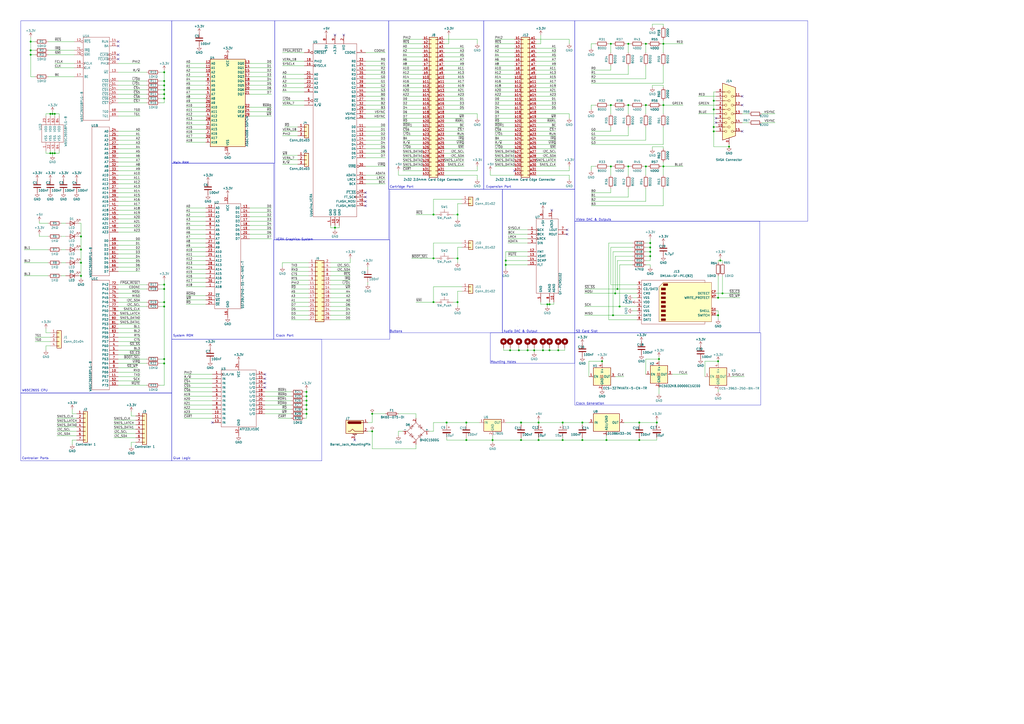
<source format=kicad_sch>
(kicad_sch
	(version 20231120)
	(generator "eeschema")
	(generator_version "8.0")
	(uuid "24268fb5-9051-453e-aa4f-3f063d8cbf81")
	(paper "A2")
	
	(junction
		(at 374.65 96.52)
		(diameter 0)
		(color 0 0 0 0)
		(uuid "00a428b0-09b7-4eba-9ac2-7037ac8ad370")
	)
	(junction
		(at 374.65 60.96)
		(diameter 0)
		(color 0 0 0 0)
		(uuid "044f74bd-df49-4b17-bc8e-d5c0c87299fb")
	)
	(junction
		(at 17.78 31.75)
		(diameter 0)
		(color 0 0 0 0)
		(uuid "0511a2a8-8e4f-4f8c-8ebc-e6ae30743f17")
	)
	(junction
		(at 251.46 124.46)
		(diameter 0)
		(color 0 0 0 0)
		(uuid "055f4555-4d71-4327-b716-65333f0b3c80")
	)
	(junction
		(at 416.56 172.72)
		(diameter 0)
		(color 0 0 0 0)
		(uuid "05f604e2-541d-4734-8204-d02b771a01f8")
	)
	(junction
		(at 29.21 88.9)
		(diameter 0)
		(color 0 0 0 0)
		(uuid "07ebd7c1-668f-488d-b46f-f7cb68c0cabb")
	)
	(junction
		(at 285.75 255.27)
		(diameter 0)
		(color 0 0 0 0)
		(uuid "091589e1-5d94-4b9c-8afb-b58c3f1d55ab")
	)
	(junction
		(at 95.25 57.15)
		(diameter 0)
		(color 0 0 0 0)
		(uuid "0b96100e-b5e7-492b-9bd4-12e23fe03fb1")
	)
	(junction
		(at 417.83 151.13)
		(diameter 0)
		(color 0 0 0 0)
		(uuid "0cc19e3e-fc66-43df-9452-f28966d9d9b9")
	)
	(junction
		(at 95.25 208.28)
		(diameter 0)
		(color 0 0 0 0)
		(uuid "0ed27ab3-8d38-4144-be11-7325d24d990b")
	)
	(junction
		(at 293.37 151.13)
		(diameter 0)
		(color 0 0 0 0)
		(uuid "12d8bc6c-7a73-4d6e-9a2a-f0d88ea377ae")
	)
	(junction
		(at 194.31 132.08)
		(diameter 0)
		(color 0 0 0 0)
		(uuid "165a8620-cc52-4dab-809d-64ee0df4fe09")
	)
	(junction
		(at 270.51 245.11)
		(diameter 0)
		(color 0 0 0 0)
		(uuid "179fff3a-e003-463d-8d86-4c95be61be12")
	)
	(junction
		(at 384.81 60.96)
		(diameter 0)
		(color 0 0 0 0)
		(uuid "1811bc3e-6e28-4045-addd-add2f9263622")
	)
	(junction
		(at 414.02 73.66)
		(diameter 0)
		(color 0 0 0 0)
		(uuid "1e5ba76c-72b1-441b-9fb0-ef4a8a1a4dba")
	)
	(junction
		(at 95.25 167.64)
		(diameter 0)
		(color 0 0 0 0)
		(uuid "1e7138a2-c2a9-4b0a-85df-95dc3af91b06")
	)
	(junction
		(at 270.51 255.27)
		(diameter 0)
		(color 0 0 0 0)
		(uuid "2c5258ef-3ca6-4bc4-98e0-4bc3aac69e49")
	)
	(junction
		(at 377.19 143.51)
		(diameter 0)
		(color 0 0 0 0)
		(uuid "2e035fc3-8bc2-4201-8be6-075927b02d56")
	)
	(junction
		(at 293.37 153.67)
		(diameter 0)
		(color 0 0 0 0)
		(uuid "3461c7e6-54cf-4f66-978e-2e1737befde6")
	)
	(junction
		(at 318.77 176.53)
		(diameter 0)
		(color 0 0 0 0)
		(uuid "3783c288-3d0f-4aa0-a370-200ec8aff10c")
	)
	(junction
		(at 302.26 245.11)
		(diameter 0)
		(color 0 0 0 0)
		(uuid "3e3b8706-7185-45ef-8e32-ea665279af52")
	)
	(junction
		(at 177.8 240.03)
		(diameter 0)
		(color 0 0 0 0)
		(uuid "404b6080-2ebd-4700-a068-0ca55160176a")
	)
	(junction
		(at 364.49 25.4)
		(diameter 0)
		(color 0 0 0 0)
		(uuid "451fb2e4-b0e0-4cf8-b3c4-8bb3e6c4a977")
	)
	(junction
		(at 364.49 96.52)
		(diameter 0)
		(color 0 0 0 0)
		(uuid "46723f89-1988-4bc3-a9d1-c772b56e5b28")
	)
	(junction
		(at 251.46 175.26)
		(diameter 0)
		(color 0 0 0 0)
		(uuid "4a114abf-1118-4789-a166-3d00a70d3984")
	)
	(junction
		(at 215.9 250.19)
		(diameter 0)
		(color 0 0 0 0)
		(uuid "4b2576c1-c304-4541-9a5d-25a299bd215d")
	)
	(junction
		(at 359.41 177.8)
		(diameter 0)
		(color 0 0 0 0)
		(uuid "4c355ad5-3043-41c8-a82f-ab065dcf09e9")
	)
	(junction
		(at 95.25 54.61)
		(diameter 0)
		(color 0 0 0 0)
		(uuid "4cf2456d-85c1-4dfe-8b61-78a65a64e07f")
	)
	(junction
		(at 30.48 66.04)
		(diameter 0)
		(color 0 0 0 0)
		(uuid "514b94c8-5cf1-4ebb-b377-2ae3ba527c3e")
	)
	(junction
		(at 95.25 41.91)
		(diameter 0)
		(color 0 0 0 0)
		(uuid "55edda16-0e77-4be2-a973-006669076d79")
	)
	(junction
		(at 377.19 148.59)
		(diameter 0)
		(color 0 0 0 0)
		(uuid "5ba6f890-e8f3-4fe5-b65e-57d7bd225414")
	)
	(junction
		(at 312.42 255.27)
		(diameter 0)
		(color 0 0 0 0)
		(uuid "5c77fc39-9937-4839-8ab9-a8ec05f01632")
	)
	(junction
		(at 326.39 245.11)
		(diameter 0)
		(color 0 0 0 0)
		(uuid "5ceaa7a9-27e2-4c5e-8a03-bafd5d8d8f9e")
	)
	(junction
		(at 355.6 182.88)
		(diameter 0)
		(color 0 0 0 0)
		(uuid "5e560022-889e-4df6-872f-d0ca772a7b7f")
	)
	(junction
		(at 414.02 58.42)
		(diameter 0)
		(color 0 0 0 0)
		(uuid "5f153c3e-885c-440c-9da3-1c3e38ea305a")
	)
	(junction
		(at 302.26 255.27)
		(diameter 0)
		(color 0 0 0 0)
		(uuid "63241004-4f06-4912-aed5-19a87e3f48e2")
	)
	(junction
		(at 177.8 227.33)
		(diameter 0)
		(color 0 0 0 0)
		(uuid "647f9f6a-163e-4096-a9a8-32eb2b14c02e")
	)
	(junction
		(at 251.46 149.86)
		(diameter 0)
		(color 0 0 0 0)
		(uuid "6688481a-bb1d-4a7d-bb48-103296663e29")
	)
	(junction
		(at 95.25 210.82)
		(diameter 0)
		(color 0 0 0 0)
		(uuid "6854cd79-4d82-4506-83f0-9c13e5ff5a88")
	)
	(junction
		(at 265.43 175.26)
		(diameter 0)
		(color 0 0 0 0)
		(uuid "68e5833d-8495-41b5-a662-1c727c7cdabf")
	)
	(junction
		(at 29.21 66.04)
		(diameter 0)
		(color 0 0 0 0)
		(uuid "6c204841-57f7-4b89-96c7-81b1bd36d8d5")
	)
	(junction
		(at 177.8 237.49)
		(diameter 0)
		(color 0 0 0 0)
		(uuid "6ca25e10-e790-49b6-9f88-67f4c1834a0b")
	)
	(junction
		(at 377.19 146.05)
		(diameter 0)
		(color 0 0 0 0)
		(uuid "7249232a-2cd5-47bd-82f2-d251e1fc720c")
	)
	(junction
		(at 259.08 245.11)
		(diameter 0)
		(color 0 0 0 0)
		(uuid "750f816e-4220-44c6-b831-ec4fc9cf89d3")
	)
	(junction
		(at 17.78 24.13)
		(diameter 0)
		(color 0 0 0 0)
		(uuid "76a3a812-a8f9-455a-8936-0d1b3c209f68")
	)
	(junction
		(at 354.33 25.4)
		(diameter 0)
		(color 0 0 0 0)
		(uuid "79d95dda-218b-47c3-8c92-f534a2637558")
	)
	(junction
		(at 31.75 88.9)
		(diameter 0)
		(color 0 0 0 0)
		(uuid "7a7956fa-0cbe-46bc-a668-612cef11308b")
	)
	(junction
		(at 314.96 203.2)
		(diameter 0)
		(color 0 0 0 0)
		(uuid "7bd8b1ae-fa79-4ee4-a745-fc9606a9db08")
	)
	(junction
		(at 177.8 232.41)
		(diameter 0)
		(color 0 0 0 0)
		(uuid "7c4e6792-0f28-444f-bbe8-c6720c534179")
	)
	(junction
		(at 95.25 46.99)
		(diameter 0)
		(color 0 0 0 0)
		(uuid "7cd24309-e546-47a8-975f-197650bf6472")
	)
	(junction
		(at 354.33 96.52)
		(diameter 0)
		(color 0 0 0 0)
		(uuid "80695b3c-cadc-4489-ab84-c69474bbc459")
	)
	(junction
		(at 317.5 176.53)
		(diameter 0)
		(color 0 0 0 0)
		(uuid "83322db4-d4eb-47e9-bd3b-b42a5c83d9a7")
	)
	(junction
		(at 46.99 137.16)
		(diameter 0)
		(color 0 0 0 0)
		(uuid "86619b1e-171d-4155-8428-ba1db09fe86c")
	)
	(junction
		(at 318.77 203.2)
		(diameter 0)
		(color 0 0 0 0)
		(uuid "891d2ba3-67c0-40c7-b2fe-f49b4122d6b4")
	)
	(junction
		(at 419.1 170.18)
		(diameter 0)
		(color 0 0 0 0)
		(uuid "8954e231-0fc1-4f6d-b69b-990e1719b5f4")
	)
	(junction
		(at 326.39 255.27)
		(diameter 0)
		(color 0 0 0 0)
		(uuid "8bd11186-ee55-436b-9d54-3f464141eaee")
	)
	(junction
		(at 306.07 203.2)
		(diameter 0)
		(color 0 0 0 0)
		(uuid "904b87ce-b2a2-4bfd-8774-04d4c532c42b")
	)
	(junction
		(at 265.43 149.86)
		(diameter 0)
		(color 0 0 0 0)
		(uuid "93603dce-06b5-4831-9486-a2b88254b594")
	)
	(junction
		(at 337.82 245.11)
		(diameter 0)
		(color 0 0 0 0)
		(uuid "950b2707-d863-4a03-960f-85779cc5cd54")
	)
	(junction
		(at 30.48 88.9)
		(diameter 0)
		(color 0 0 0 0)
		(uuid "961f8945-e1c5-4198-b2b9-ed989bbdc941")
	)
	(junction
		(at 95.25 165.1)
		(diameter 0)
		(color 0 0 0 0)
		(uuid "9af20d9e-a20f-4b7c-ac1f-18dead75e997")
	)
	(junction
		(at 381 245.11)
		(diameter 0)
		(color 0 0 0 0)
		(uuid "9b0bcb49-1b78-4896-9e99-d3e3d56e3e99")
	)
	(junction
		(at 356.87 170.18)
		(diameter 0)
		(color 0 0 0 0)
		(uuid "9e7d1aae-bc0f-4c30-9a2f-089acf7d4edb")
	)
	(junction
		(at 382.27 208.28)
		(diameter 0)
		(color 0 0 0 0)
		(uuid "a46a71a3-be07-45c5-8f21-fdf61ee0de11")
	)
	(junction
		(at 265.43 124.46)
		(diameter 0)
		(color 0 0 0 0)
		(uuid "abbd9e91-b2a9-4a6c-8e23-3cf0d5c6bbc0")
	)
	(junction
		(at 95.25 52.07)
		(diameter 0)
		(color 0 0 0 0)
		(uuid "ac0d1b2c-03b2-4473-8a1d-7c0320a594c2")
	)
	(junction
		(at 364.49 60.96)
		(diameter 0)
		(color 0 0 0 0)
		(uuid "ac8cfd6e-56e7-4997-b41d-4f834b2aa3f8")
	)
	(junction
		(at 351.79 255.27)
		(diameter 0)
		(color 0 0 0 0)
		(uuid "b8620d1b-92c7-4772-b4c5-ae55a8ab2ae7")
	)
	(junction
		(at 414.02 76.2)
		(diameter 0)
		(color 0 0 0 0)
		(uuid "b98a5dd7-a179-4331-8d1c-d479900f1de3")
	)
	(junction
		(at 370.84 255.27)
		(diameter 0)
		(color 0 0 0 0)
		(uuid "c6d81014-6c57-4e5b-bd8e-db09d41c9b24")
	)
	(junction
		(at 95.25 175.26)
		(diameter 0)
		(color 0 0 0 0)
		(uuid "cbf3c7c8-fc23-4f56-bacf-f1126727c903")
	)
	(junction
		(at 95.25 177.8)
		(diameter 0)
		(color 0 0 0 0)
		(uuid "cc8182ce-43cc-47eb-967b-f2b35ec28b66")
	)
	(junction
		(at 384.81 96.52)
		(diameter 0)
		(color 0 0 0 0)
		(uuid "cdd50d0c-e34c-4cf2-b837-a3eed81050f9")
	)
	(junction
		(at 422.91 85.09)
		(diameter 0)
		(color 0 0 0 0)
		(uuid "cffa938e-9330-49fe-85bc-ab0632354f6a")
	)
	(junction
		(at 370.84 245.11)
		(diameter 0)
		(color 0 0 0 0)
		(uuid "d2cc1cf6-5e46-4784-9c76-68f41a9a6bbf")
	)
	(junction
		(at 312.42 245.11)
		(diameter 0)
		(color 0 0 0 0)
		(uuid "d3d7fd4e-03d3-4acb-a74d-3f60128d37c7")
	)
	(junction
		(at 177.8 229.87)
		(diameter 0)
		(color 0 0 0 0)
		(uuid "d63ba307-fcea-4194-8efb-5804906d5429")
	)
	(junction
		(at 31.75 66.04)
		(diameter 0)
		(color 0 0 0 0)
		(uuid "d653e696-9f7a-427c-89a7-72f82fcefb8c")
	)
	(junction
		(at 46.99 160.02)
		(diameter 0)
		(color 0 0 0 0)
		(uuid "d70b4362-6c6a-46cb-83ba-f00d10c53bf2")
	)
	(junction
		(at 46.99 152.4)
		(diameter 0)
		(color 0 0 0 0)
		(uuid "d7526542-5fe1-4dec-838e-269ad00762b1")
	)
	(junction
		(at 384.81 25.4)
		(diameter 0)
		(color 0 0 0 0)
		(uuid "d8db1f28-b540-4d7b-89d6-78012aff6b5a")
	)
	(junction
		(at 309.88 203.2)
		(diameter 0)
		(color 0 0 0 0)
		(uuid "db0edadb-055b-4198-b3c3-87ac5ed02800")
	)
	(junction
		(at 377.19 140.97)
		(diameter 0)
		(color 0 0 0 0)
		(uuid "dd12048d-ff5c-46fe-8b3f-904f5a91631d")
	)
	(junction
		(at 17.78 29.21)
		(diameter 0)
		(color 0 0 0 0)
		(uuid "dee3f5b7-f912-462d-9631-320198e268ce")
	)
	(junction
		(at 300.99 203.2)
		(diameter 0)
		(color 0 0 0 0)
		(uuid "e13ff97c-140b-40a6-af45-e7fec335d789")
	)
	(junction
		(at 177.8 234.95)
		(diameter 0)
		(color 0 0 0 0)
		(uuid "e946bb44-3418-4254-98d4-529bf553bb3b")
	)
	(junction
		(at 337.82 255.27)
		(diameter 0)
		(color 0 0 0 0)
		(uuid "ec009019-9b3b-43ba-807c-a9a21d66a470")
	)
	(junction
		(at 295.91 203.2)
		(diameter 0)
		(color 0 0 0 0)
		(uuid "ed47234c-d1fc-4786-a530-1097f5d0097b")
	)
	(junction
		(at 416.56 182.88)
		(diameter 0)
		(color 0 0 0 0)
		(uuid "eda29677-3b25-443a-b600-11824bd5bd78")
	)
	(junction
		(at 354.33 60.96)
		(diameter 0)
		(color 0 0 0 0)
		(uuid "f27e3411-7cea-42ee-8e17-55b0fc3708cc")
	)
	(junction
		(at 323.85 203.2)
		(diameter 0)
		(color 0 0 0 0)
		(uuid "f6c37868-90e6-4b71-b24c-e7ac97761298")
	)
	(junction
		(at 374.65 25.4)
		(diameter 0)
		(color 0 0 0 0)
		(uuid "f701205c-c20b-45aa-98b9-f43902990662")
	)
	(junction
		(at 358.14 167.64)
		(diameter 0)
		(color 0 0 0 0)
		(uuid "f7914ead-e636-4321-b5db-363d304845ac")
	)
	(junction
		(at 215.9 240.03)
		(diameter 0)
		(color 0 0 0 0)
		(uuid "f91ee6f8-103c-4c4c-80f9-baccf6004709")
	)
	(junction
		(at 95.25 49.53)
		(diameter 0)
		(color 0 0 0 0)
		(uuid "f993eccf-d12c-4fc6-95cf-5100f3772d3f")
	)
	(junction
		(at 414.02 63.5)
		(diameter 0)
		(color 0 0 0 0)
		(uuid "f9d0fd5f-8871-465c-ab7a-b5b30d120d2c")
	)
	(junction
		(at 46.99 144.78)
		(diameter 0)
		(color 0 0 0 0)
		(uuid "f9e54583-96ee-4add-ae7d-9bb6223a42b9")
	)
	(junction
		(at 416.56 209.55)
		(diameter 0)
		(color 0 0 0 0)
		(uuid "fa9a871a-e8e1-44af-a7e4-51693009357f")
	)
	(junction
		(at 349.25 209.55)
		(diameter 0)
		(color 0 0 0 0)
		(uuid "fcbe6abf-ec66-4f87-9c17-ec17485c7d2c")
	)
	(no_connect
		(at 68.58 24.13)
		(uuid "1df3732e-bddf-4017-9b42-4d48efd31c62")
	)
	(no_connect
		(at 68.58 34.29)
		(uuid "217c8fba-bd1b-4d31-86cb-b14efaa13359")
	)
	(no_connect
		(at 153.67 222.25)
		(uuid "30c6b9c7-0b3a-42c4-9656-4d8c95f7e3ae")
	)
	(no_connect
		(at 328.93 135.89)
		(uuid "35cd9c3c-ab2f-45b4-bac3-f806156d3198")
	)
	(no_connect
		(at 68.58 31.75)
		(uuid "3ed7b960-82e5-4219-b6c4-5de479eae73d")
	)
	(no_connect
		(at 153.67 219.71)
		(uuid "41453f3a-e045-4972-ad5f-0107512b5375")
	)
	(no_connect
		(at 430.53 76.2)
		(uuid "5c5a04f9-cb77-401c-9381-6e471ff78492")
	)
	(no_connect
		(at 199.39 20.32)
		(uuid "5c87585e-ac48-4de6-9f57-3f848beae8f3")
	)
	(no_connect
		(at 205.74 255.27)
		(uuid "621f6707-63dc-4795-9425-97ba9c4a748f")
	)
	(no_connect
		(at 153.67 224.79)
		(uuid "6a570c79-1319-4443-ac57-374ae722bd23")
	)
	(no_connect
		(at 415.29 71.12)
		(uuid "6f5d2937-2a03-4774-a09e-34619242d422")
	)
	(no_connect
		(at 298.45 99.06)
		(uuid "79038925-9ebf-4780-8b8e-cf371a20cfdc")
	)
	(no_connect
		(at 212.09 119.38)
		(uuid "7ec3c8ea-e9e8-451b-b04e-8b13b3ceed58")
	)
	(no_connect
		(at 123.19 245.11)
		(uuid "7f9d8bac-8069-453f-9677-28dc4d8ed0a2")
	)
	(no_connect
		(at 430.53 55.88)
		(uuid "8cfebd4d-7e15-4397-8d84-b888118a401a")
	)
	(no_connect
		(at 194.31 20.32)
		(uuid "948e73de-9ceb-4410-8a51-9c8c194a5332")
	)
	(no_connect
		(at 212.09 111.76)
		(uuid "96e77773-a880-4d6d-afdb-1c555f9c6499")
	)
	(no_connect
		(at 430.53 60.96)
		(uuid "a2ee946d-ff99-4a12-9f8b-ffc5ebf6fffd")
	)
	(no_connect
		(at 68.58 26.67)
		(uuid "a630df17-732d-4db3-847c-82cb8630f661")
	)
	(no_connect
		(at 328.93 133.35)
		(uuid "af404473-2aa3-47e5-955a-5b0888a4a31b")
	)
	(no_connect
		(at 212.09 116.84)
		(uuid "b623f0a3-e7b1-41a8-a77b-8c3dca25bf0f")
	)
	(no_connect
		(at 320.04 121.92)
		(uuid "b626c554-05b7-4deb-845d-f0fc90e5d200")
	)
	(no_connect
		(at 415.29 68.58)
		(uuid "c493b706-85a1-45b1-92aa-7e112063a4c4")
	)
	(no_connect
		(at 153.67 217.17)
		(uuid "ca6345c6-580d-4394-b43d-d61cc9c0af8f")
	)
	(no_connect
		(at 212.09 114.3)
		(uuid "d4222379-79f9-49e3-a7b0-5f6199aea2f7")
	)
	(wire
		(pts
			(xy 364.49 109.22) (xy 364.49 114.3)
		)
		(stroke
			(width 0)
			(type default)
		)
		(uuid "00cb7850-82c0-436a-aeb7-fa63fa508e37")
	)
	(wire
		(pts
			(xy 68.58 83.82) (xy 81.28 83.82)
		)
		(stroke
			(width 0)
			(type default)
		)
		(uuid "00e8741c-04f3-4a75-ba5a-774c15c27a42")
	)
	(wire
		(pts
			(xy 215.9 240.03) (xy 223.52 240.03)
		)
		(stroke
			(width 0)
			(type default)
		)
		(uuid "010437e5-4904-4d99-9850-7ffdb6f61e78")
	)
	(wire
		(pts
			(xy 179.07 185.42) (xy 168.91 185.42)
		)
		(stroke
			(width 0)
			(type default)
		)
		(uuid "01872560-228c-4041-8804-6e4e434497b4")
	)
	(wire
		(pts
			(xy 378.46 49.53) (xy 378.46 50.8)
		)
		(stroke
			(width 0)
			(type default)
		)
		(uuid "02052c02-0e8d-4c9e-8fb1-598c8cebd316")
	)
	(wire
		(pts
			(xy 212.09 104.14) (xy 223.52 104.14)
		)
		(stroke
			(width 0)
			(type default)
		)
		(uuid "021baf42-477a-4a26-b503-bdb5071adba1")
	)
	(wire
		(pts
			(xy 68.58 180.34) (xy 81.28 180.34)
		)
		(stroke
			(width 0)
			(type default)
		)
		(uuid "023a9ed1-f805-494e-9abd-621fa91a8795")
	)
	(wire
		(pts
			(xy 46.99 144.78) (xy 46.99 152.4)
		)
		(stroke
			(width 0)
			(type default)
		)
		(uuid "02c59dbd-bcea-490e-911e-caf94ce598a1")
	)
	(wire
		(pts
			(xy 68.58 205.74) (xy 81.28 205.74)
		)
		(stroke
			(width 0)
			(type default)
		)
		(uuid "030351d3-0418-487a-a2a4-ed4e55f1ee5d")
	)
	(wire
		(pts
			(xy 68.58 78.74) (xy 81.28 78.74)
		)
		(stroke
			(width 0)
			(type default)
		)
		(uuid "0333b4c3-45cd-4f1d-af09-92f80b6063ab")
	)
	(wire
		(pts
			(xy 27.94 31.75) (xy 43.18 31.75)
		)
		(stroke
			(width 0)
			(type default)
		)
		(uuid "033accaf-a476-42d0-bebb-a0d2a52fd4bc")
	)
	(wire
		(pts
			(xy 415.29 182.88) (xy 416.56 182.88)
		)
		(stroke
			(width 0)
			(type default)
		)
		(uuid "03cecd53-c65d-458d-8e1d-685628f3fca1")
	)
	(wire
		(pts
			(xy 342.9 78.74) (xy 364.49 78.74)
		)
		(stroke
			(width 0)
			(type default)
		)
		(uuid "03d1c165-bcd1-4a83-978e-5b9ee8b21b0b")
	)
	(wire
		(pts
			(xy 161.29 242.57) (xy 168.91 242.57)
		)
		(stroke
			(width 0)
			(type default)
		)
		(uuid "04654872-c614-4810-9d7a-965304d80ea9")
	)
	(wire
		(pts
			(xy 34.29 66.04) (xy 34.29 67.31)
		)
		(stroke
			(width 0)
			(type default)
		)
		(uuid "049357a7-d4a3-4538-9f35-3ce6734e4225")
	)
	(wire
		(pts
			(xy 233.68 71.12) (xy 245.11 71.12)
		)
		(stroke
			(width 0)
			(type default)
		)
		(uuid "04af36c8-cdcc-4998-9e7a-89d90f454dd5")
	)
	(wire
		(pts
			(xy 119.38 125.73) (xy 107.95 125.73)
		)
		(stroke
			(width 0)
			(type default)
		)
		(uuid "04b0b2f5-eef2-4c4a-a915-ad259c7db278")
	)
	(wire
		(pts
			(xy 312.42 243.84) (xy 312.42 245.11)
		)
		(stroke
			(width 0)
			(type default)
		)
		(uuid "05290d75-5017-4e96-b434-23aee5d481b8")
	)
	(wire
		(pts
			(xy 68.58 46.99) (xy 85.09 46.99)
		)
		(stroke
			(width 0)
			(type default)
		)
		(uuid "05976b08-17ab-47c0-88aa-3279efbd8512")
	)
	(wire
		(pts
			(xy 119.38 54.61) (xy 107.95 54.61)
		)
		(stroke
			(width 0)
			(type default)
		)
		(uuid "05ca9267-9960-40ac-98db-3a3794f01126")
	)
	(wire
		(pts
			(xy 384.81 58.42) (xy 384.81 60.96)
		)
		(stroke
			(width 0)
			(type default)
		)
		(uuid "060d598c-2430-4aff-a248-bf765ccaf43c")
	)
	(wire
		(pts
			(xy 364.49 60.96) (xy 364.49 66.04)
		)
		(stroke
			(width 0)
			(type default)
		)
		(uuid "068ceb7a-50e2-460e-9d97-1af10ee425e9")
	)
	(wire
		(pts
			(xy 144.78 41.91) (xy 157.48 41.91)
		)
		(stroke
			(width 0)
			(type default)
		)
		(uuid "069e235c-2d50-4402-9cf6-7076e3bc0805")
	)
	(wire
		(pts
			(xy 311.15 22.86) (xy 330.2 22.86)
		)
		(stroke
			(width 0)
			(type default)
		)
		(uuid "0705d0a0-dc2d-4883-95fb-3bb3aa8ef3b5")
	)
	(wire
		(pts
			(xy 68.58 96.52) (xy 81.28 96.52)
		)
		(stroke
			(width 0)
			(type default)
		)
		(uuid "075d9d3f-a9b0-4ae4-b9f1-f8c213dd533d")
	)
	(wire
		(pts
			(xy 262.89 175.26) (xy 265.43 175.26)
		)
		(stroke
			(width 0)
			(type default)
		)
		(uuid "078df960-92d4-4e31-ba2b-9e920b5dfc46")
	)
	(wire
		(pts
			(xy 416.56 160.02) (xy 416.56 172.72)
		)
		(stroke
			(width 0)
			(type default)
		)
		(uuid "07c52ecc-7b93-4444-98db-4ff727d4fa8d")
	)
	(wire
		(pts
			(xy 95.25 52.07) (xy 95.25 54.61)
		)
		(stroke
			(width 0)
			(type default)
		)
		(uuid "080e1e02-380b-4f24-aa39-5c084efa8e0b")
	)
	(wire
		(pts
			(xy 119.38 171.45) (xy 107.95 171.45)
		)
		(stroke
			(width 0)
			(type default)
		)
		(uuid "083c0ffa-673f-4e0b-9288-b1b2890a2280")
	)
	(wire
		(pts
			(xy 233.68 38.1) (xy 245.11 38.1)
		)
		(stroke
			(width 0)
			(type default)
		)
		(uuid "08900f74-0584-4ef0-9050-5b2f54299f0c")
	)
	(wire
		(pts
			(xy 342.9 96.52) (xy 345.44 96.52)
		)
		(stroke
			(width 0)
			(type default)
		)
		(uuid "0927573b-e83d-4d3a-a71b-e574379463af")
	)
	(wire
		(pts
			(xy 46.99 152.4) (xy 46.99 160.02)
		)
		(stroke
			(width 0)
			(type default)
		)
		(uuid "096770f3-32bc-4304-a2eb-d66a8df075f6")
	)
	(wire
		(pts
			(xy 408.94 209.55) (xy 408.94 218.44)
		)
		(stroke
			(width 0)
			(type default)
		)
		(uuid "09b53ecf-3e19-407e-957d-0b2e23d8d7c8")
	)
	(wire
		(pts
			(xy 22.86 128.27) (xy 22.86 129.54)
		)
		(stroke
			(width 0)
			(type default)
		)
		(uuid "09e0db46-6698-4f77-9d23-e3083172265d")
	)
	(wire
		(pts
			(xy 298.45 60.96) (xy 287.02 60.96)
		)
		(stroke
			(width 0)
			(type default)
		)
		(uuid "09f0cde8-3141-4813-843a-387f7898dbfe")
	)
	(wire
		(pts
			(xy 381 255.27) (xy 370.84 255.27)
		)
		(stroke
			(width 0)
			(type default)
		)
		(uuid "09fe04e3-3f48-446b-9175-4e0b6bdabefa")
	)
	(wire
		(pts
			(xy 354.33 109.22) (xy 354.33 111.76)
		)
		(stroke
			(width 0)
			(type default)
		)
		(uuid "0a0b0bc4-32ca-4e97-8057-b1cbaaf4979a")
	)
	(wire
		(pts
			(xy 292.1 201.93) (xy 292.1 203.2)
		)
		(stroke
			(width 0)
			(type default)
		)
		(uuid "0a4d0b57-7622-4977-989f-e1f4e14bb9a1")
	)
	(wire
		(pts
			(xy 212.09 48.26) (xy 223.52 48.26)
		)
		(stroke
			(width 0)
			(type default)
		)
		(uuid "0a8ac80d-bb5d-4989-9b4c-103c1c1f1ba6")
	)
	(wire
		(pts
			(xy 378.46 13.97) (xy 384.81 13.97)
		)
		(stroke
			(width 0)
			(type default)
		)
		(uuid "0acd87dd-9e13-48ce-af6c-6e479989a379")
	)
	(wire
		(pts
			(xy 414.02 63.5) (xy 414.02 73.66)
		)
		(stroke
			(width 0)
			(type default)
		)
		(uuid "0aea0c35-f0e5-4f6d-b95d-1ff07619e453")
	)
	(wire
		(pts
			(xy 119.38 80.01) (xy 107.95 80.01)
		)
		(stroke
			(width 0)
			(type default)
		)
		(uuid "0b0525e7-1f72-4fdc-80ac-a52262a4ea76")
	)
	(wire
		(pts
			(xy 26.67 193.04) (xy 29.21 193.04)
		)
		(stroke
			(width 0)
			(type default)
		)
		(uuid "0b585b7d-e323-4556-8a99-2712989a4d4c")
	)
	(wire
		(pts
			(xy 13.97 152.4) (xy 27.94 152.4)
		)
		(stroke
			(width 0)
			(type default)
		)
		(uuid "0b6d62a5-35bf-4fff-85e7-16505e9f0b84")
	)
	(wire
		(pts
			(xy 203.2 149.86) (xy 203.2 152.4)
		)
		(stroke
			(width 0)
			(type default)
		)
		(uuid "0bb2776f-c070-4404-8cdd-7f47385d0837")
	)
	(wire
		(pts
			(xy 106.68 219.71) (xy 123.19 219.71)
		)
		(stroke
			(width 0)
			(type default)
		)
		(uuid "0bdeba8c-a5a1-4d7d-b08f-8d15cbe9beab")
	)
	(wire
		(pts
			(xy 262.89 149.86) (xy 265.43 149.86)
		)
		(stroke
			(width 0)
			(type default)
		)
		(uuid "0dcd0d64-a4e5-488d-bc5b-946fd7ffb567")
	)
	(wire
		(pts
			(xy 257.81 45.72) (xy 269.24 45.72)
		)
		(stroke
			(width 0)
			(type default)
		)
		(uuid "0de16e60-bf32-4b47-b564-1cbba6abf9ed")
	)
	(wire
		(pts
			(xy 38.1 144.78) (xy 35.56 144.78)
		)
		(stroke
			(width 0)
			(type default)
		)
		(uuid "0e8ca9e4-959d-4e29-80fb-32e978ed267f")
	)
	(wire
		(pts
			(xy 92.71 165.1) (xy 95.25 165.1)
		)
		(stroke
			(width 0)
			(type default)
		)
		(uuid "0ebfc9bb-d424-4a25-a6a1-5895adca6cd2")
	)
	(wire
		(pts
			(xy 76.2 241.3) (xy 78.74 241.3)
		)
		(stroke
			(width 0)
			(type default)
		)
		(uuid "1031719f-3c7e-4243-afd3-c9568ac96e18")
	)
	(wire
		(pts
			(xy 311.15 93.98) (xy 322.58 93.98)
		)
		(stroke
			(width 0)
			(type default)
		)
		(uuid "103ca820-d78b-4fc2-9d29-5ce95a9a1b19")
	)
	(wire
		(pts
			(xy 419.1 160.02) (xy 419.1 170.18)
		)
		(stroke
			(width 0)
			(type default)
		)
		(uuid "1050686a-dd7c-4319-bbcb-e78bbbb4f3b9")
	)
	(wire
		(pts
			(xy 257.81 48.26) (xy 269.24 48.26)
		)
		(stroke
			(width 0)
			(type default)
		)
		(uuid "10c38f74-2f37-42ca-9992-e8d1c9aeac99")
	)
	(wire
		(pts
			(xy 179.07 167.64) (xy 168.91 167.64)
		)
		(stroke
			(width 0)
			(type default)
		)
		(uuid "10f5b9dd-0dee-4552-be7c-0dd8c9036b28")
	)
	(wire
		(pts
			(xy 384.81 13.97) (xy 384.81 15.24)
		)
		(stroke
			(width 0)
			(type default)
		)
		(uuid "10fd9da5-1ae6-4b9f-8002-5f0081f30754")
	)
	(wire
		(pts
			(xy 374.65 96.52) (xy 374.65 101.6)
		)
		(stroke
			(width 0)
			(type default)
		)
		(uuid "11435918-8bf7-40d1-8ad8-4e24f77cec69")
	)
	(wire
		(pts
			(xy 233.68 93.98) (xy 245.11 93.98)
		)
		(stroke
			(width 0)
			(type default)
		)
		(uuid "1233ac65-c472-4ba9-bf5c-e0ddbe9e7ee9")
	)
	(wire
		(pts
			(xy 177.8 227.33) (xy 177.8 229.87)
		)
		(s
... [501653 chars truncated]
</source>
